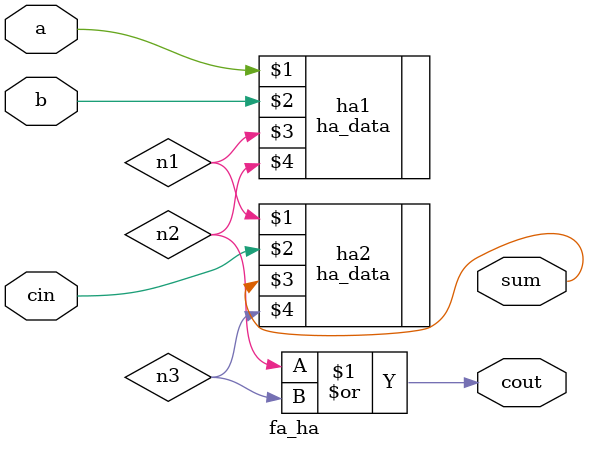
<source format=v>
module fa_ha(a,b,cin,sum,cout);

input a,b,cin;
output sum,cout;

wire n1,n2,n3;

ha_data ha1(a,b,n1,n2);
ha_data ha2(n1,cin,sum,n3);
or g1(cout,n2,n3);

endmodule

</source>
